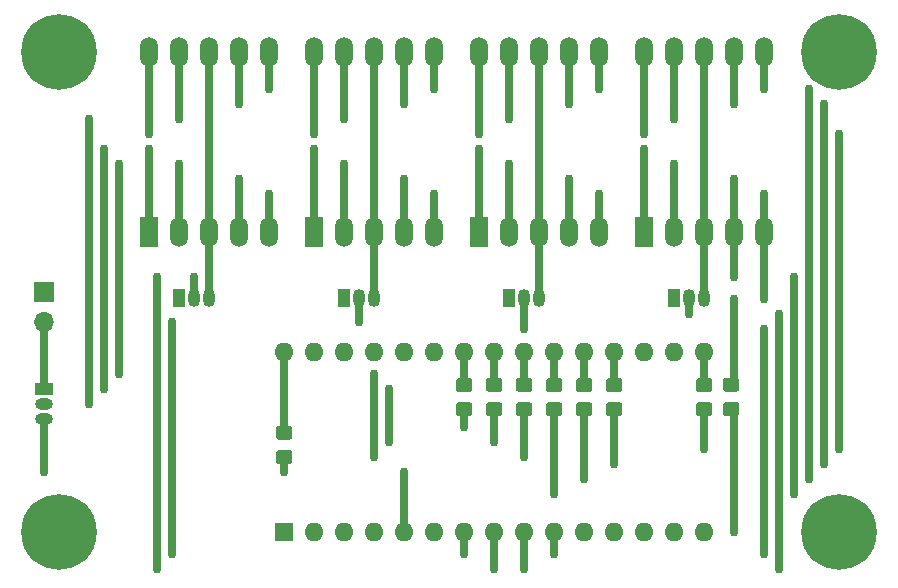
<source format=gbr>
G04 #@! TF.GenerationSoftware,KiCad,Pcbnew,(5.0.0)*
G04 #@! TF.CreationDate,2020-01-05T19:48:47-05:00*
G04 #@! TF.ProjectId,Lathe RPM Display,4C617468652052504D20446973706C61,A*
G04 #@! TF.SameCoordinates,Original*
G04 #@! TF.FileFunction,Copper,L2,Bot,Signal*
G04 #@! TF.FilePolarity,Positive*
%FSLAX46Y46*%
G04 Gerber Fmt 4.6, Leading zero omitted, Abs format (unit mm)*
G04 Created by KiCad (PCBNEW (5.0.0)) date 01/05/20 19:48:47*
%MOMM*%
%LPD*%
G01*
G04 APERTURE LIST*
G04 #@! TA.AperFunction,ComponentPad*
%ADD10R,1.524000X2.524000*%
G04 #@! TD*
G04 #@! TA.AperFunction,ComponentPad*
%ADD11O,1.524000X2.524000*%
G04 #@! TD*
G04 #@! TA.AperFunction,ComponentPad*
%ADD12C,6.400000*%
G04 #@! TD*
G04 #@! TA.AperFunction,ComponentPad*
%ADD13R,1.050000X1.500000*%
G04 #@! TD*
G04 #@! TA.AperFunction,ComponentPad*
%ADD14O,1.050000X1.500000*%
G04 #@! TD*
G04 #@! TA.AperFunction,ComponentPad*
%ADD15R,1.600000X1.600000*%
G04 #@! TD*
G04 #@! TA.AperFunction,ComponentPad*
%ADD16O,1.600000X1.600000*%
G04 #@! TD*
G04 #@! TA.AperFunction,ComponentPad*
%ADD17O,1.500000X1.000000*%
G04 #@! TD*
G04 #@! TA.AperFunction,ComponentPad*
%ADD18R,1.500000X1.000000*%
G04 #@! TD*
G04 #@! TA.AperFunction,Conductor*
%ADD19C,0.100000*%
G04 #@! TD*
G04 #@! TA.AperFunction,SMDPad,CuDef*
%ADD20C,1.150000*%
G04 #@! TD*
G04 #@! TA.AperFunction,ComponentPad*
%ADD21R,1.700000X1.700000*%
G04 #@! TD*
G04 #@! TA.AperFunction,ComponentPad*
%ADD22O,1.700000X1.700000*%
G04 #@! TD*
G04 #@! TA.AperFunction,ViaPad*
%ADD23C,0.762000*%
G04 #@! TD*
G04 #@! TA.AperFunction,Conductor*
%ADD24C,0.635000*%
G04 #@! TD*
G04 APERTURE END LIST*
D10*
G04 #@! TO.P,U3,1*
G04 #@! TO.N,Net-(R5-Pad1)*
X66040000Y-45720000D03*
D11*
G04 #@! TO.P,U3,2*
G04 #@! TO.N,Net-(R4-Pad1)*
X68580000Y-45720000D03*
G04 #@! TO.P,U3,3*
G04 #@! TO.N,Net-(Q4-Pad3)*
X71120000Y-45720000D03*
G04 #@! TO.P,U3,4*
G04 #@! TO.N,Net-(R3-Pad1)*
X73660000Y-45720000D03*
G04 #@! TO.P,U3,5*
G04 #@! TO.N,Net-(R8-Pad1)*
X76200000Y-45720000D03*
G04 #@! TO.P,U3,6*
G04 #@! TO.N,Net-(R2-Pad1)*
X76200000Y-30480000D03*
G04 #@! TO.P,U3,7*
G04 #@! TO.N,Net-(R1-Pad1)*
X73660000Y-30480000D03*
G04 #@! TO.P,U3,8*
G04 #@! TO.N,Net-(Q4-Pad3)*
X71120000Y-30480000D03*
G04 #@! TO.P,U3,9*
G04 #@! TO.N,Net-(R6-Pad1)*
X68580000Y-30480000D03*
G04 #@! TO.P,U3,10*
G04 #@! TO.N,Net-(R7-Pad1)*
X66040000Y-30480000D03*
G04 #@! TD*
G04 #@! TO.P,U2,10*
G04 #@! TO.N,Net-(R7-Pad1)*
X52070000Y-30480000D03*
G04 #@! TO.P,U2,9*
G04 #@! TO.N,Net-(R6-Pad1)*
X54610000Y-30480000D03*
G04 #@! TO.P,U2,8*
G04 #@! TO.N,Net-(Q3-Pad3)*
X57150000Y-30480000D03*
G04 #@! TO.P,U2,7*
G04 #@! TO.N,Net-(R1-Pad1)*
X59690000Y-30480000D03*
G04 #@! TO.P,U2,6*
G04 #@! TO.N,Net-(R2-Pad1)*
X62230000Y-30480000D03*
G04 #@! TO.P,U2,5*
G04 #@! TO.N,Net-(R8-Pad1)*
X62230000Y-45720000D03*
G04 #@! TO.P,U2,4*
G04 #@! TO.N,Net-(R3-Pad1)*
X59690000Y-45720000D03*
G04 #@! TO.P,U2,3*
G04 #@! TO.N,Net-(Q3-Pad3)*
X57150000Y-45720000D03*
G04 #@! TO.P,U2,2*
G04 #@! TO.N,Net-(R4-Pad1)*
X54610000Y-45720000D03*
D10*
G04 #@! TO.P,U2,1*
G04 #@! TO.N,Net-(R5-Pad1)*
X52070000Y-45720000D03*
G04 #@! TD*
D12*
G04 #@! TO.P,REF\002A\002A,1*
G04 #@! TO.N,N/C*
X96520000Y-30480000D03*
G04 #@! TD*
G04 #@! TO.P,REF\002A\002A,1*
G04 #@! TO.N,N/C*
X96520000Y-71120000D03*
G04 #@! TD*
G04 #@! TO.P,REF\002A\002A,1*
G04 #@! TO.N,N/C*
X30480000Y-71120000D03*
G04 #@! TD*
G04 #@! TO.P,REF\002A\002A,1*
G04 #@! TO.N,N/C*
X30480000Y-30480000D03*
G04 #@! TD*
D13*
G04 #@! TO.P,Q2,1*
G04 #@! TO.N,GND*
X40640000Y-51308000D03*
D14*
G04 #@! TO.P,Q2,3*
G04 #@! TO.N,Net-(Q2-Pad3)*
X43180000Y-51308000D03*
G04 #@! TO.P,Q2,2*
G04 #@! TO.N,Net-(A1-Pad8)*
X41910000Y-51308000D03*
G04 #@! TD*
D15*
G04 #@! TO.P,A1,1*
G04 #@! TO.N,N/C*
X49530000Y-71120000D03*
D16*
G04 #@! TO.P,A1,17*
X82550000Y-55880000D03*
G04 #@! TO.P,A1,2*
X52070000Y-71120000D03*
G04 #@! TO.P,A1,18*
X80010000Y-55880000D03*
G04 #@! TO.P,A1,3*
X54610000Y-71120000D03*
G04 #@! TO.P,A1,19*
G04 #@! TO.N,/A*
X77470000Y-55880000D03*
G04 #@! TO.P,A1,4*
G04 #@! TO.N,GND*
X57150000Y-71120000D03*
G04 #@! TO.P,A1,20*
G04 #@! TO.N,/B*
X74930000Y-55880000D03*
G04 #@! TO.P,A1,5*
G04 #@! TO.N,Net-(A1-Pad5)*
X59690000Y-71120000D03*
G04 #@! TO.P,A1,21*
G04 #@! TO.N,/C*
X72390000Y-55880000D03*
G04 #@! TO.P,A1,6*
G04 #@! TO.N,N/C*
X62230000Y-71120000D03*
G04 #@! TO.P,A1,22*
G04 #@! TO.N,/D*
X69850000Y-55880000D03*
G04 #@! TO.P,A1,7*
G04 #@! TO.N,Net-(A1-Pad7)*
X64770000Y-71120000D03*
G04 #@! TO.P,A1,23*
G04 #@! TO.N,/E*
X67310000Y-55880000D03*
G04 #@! TO.P,A1,8*
G04 #@! TO.N,Net-(A1-Pad8)*
X67310000Y-71120000D03*
G04 #@! TO.P,A1,24*
G04 #@! TO.N,/F*
X64770000Y-55880000D03*
G04 #@! TO.P,A1,9*
G04 #@! TO.N,Net-(A1-Pad9)*
X69850000Y-71120000D03*
G04 #@! TO.P,A1,25*
G04 #@! TO.N,N/C*
X62230000Y-55880000D03*
G04 #@! TO.P,A1,10*
G04 #@! TO.N,Net-(A1-Pad10)*
X72390000Y-71120000D03*
G04 #@! TO.P,A1,26*
G04 #@! TO.N,N/C*
X59690000Y-55880000D03*
G04 #@! TO.P,A1,11*
X74930000Y-71120000D03*
G04 #@! TO.P,A1,27*
X57150000Y-55880000D03*
G04 #@! TO.P,A1,12*
X77470000Y-71120000D03*
G04 #@! TO.P,A1,28*
X54610000Y-55880000D03*
G04 #@! TO.P,A1,13*
X80010000Y-71120000D03*
G04 #@! TO.P,A1,29*
G04 #@! TO.N,GND*
X52070000Y-55880000D03*
G04 #@! TO.P,A1,14*
G04 #@! TO.N,N/C*
X82550000Y-71120000D03*
G04 #@! TO.P,A1,30*
G04 #@! TO.N,+5V*
X49530000Y-55880000D03*
G04 #@! TO.P,A1,15*
G04 #@! TO.N,/DP*
X85090000Y-71120000D03*
G04 #@! TO.P,A1,16*
G04 #@! TO.N,/G*
X85090000Y-55880000D03*
G04 #@! TD*
D17*
G04 #@! TO.P,Q1,2*
G04 #@! TO.N,GND*
X29210000Y-60325000D03*
G04 #@! TO.P,Q1,3*
G04 #@! TO.N,Net-(A1-Pad5)*
X29210000Y-61595000D03*
D18*
G04 #@! TO.P,Q1,1*
G04 #@! TO.N,+5V*
X29210000Y-59055000D03*
G04 #@! TD*
D14*
G04 #@! TO.P,Q3,2*
G04 #@! TO.N,Net-(A1-Pad7)*
X55880000Y-51308000D03*
G04 #@! TO.P,Q3,3*
G04 #@! TO.N,Net-(Q3-Pad3)*
X57150000Y-51308000D03*
D13*
G04 #@! TO.P,Q3,1*
G04 #@! TO.N,GND*
X54610000Y-51308000D03*
G04 #@! TD*
G04 #@! TO.P,Q4,1*
G04 #@! TO.N,GND*
X68580000Y-51308000D03*
D14*
G04 #@! TO.P,Q4,3*
G04 #@! TO.N,Net-(Q4-Pad3)*
X71120000Y-51308000D03*
G04 #@! TO.P,Q4,2*
G04 #@! TO.N,Net-(A1-Pad10)*
X69850000Y-51308000D03*
G04 #@! TD*
G04 #@! TO.P,Q5,2*
G04 #@! TO.N,Net-(A1-Pad9)*
X83820000Y-51308000D03*
G04 #@! TO.P,Q5,3*
G04 #@! TO.N,Net-(Q5-Pad3)*
X85090000Y-51308000D03*
D13*
G04 #@! TO.P,Q5,1*
G04 #@! TO.N,GND*
X82550000Y-51308000D03*
G04 #@! TD*
D19*
G04 #@! TO.N,Net-(R1-Pad1)*
G04 #@! TO.C,R1*
G36*
X77944505Y-60150204D02*
X77968773Y-60153804D01*
X77992572Y-60159765D01*
X78015671Y-60168030D01*
X78037850Y-60178520D01*
X78058893Y-60191132D01*
X78078599Y-60205747D01*
X78096777Y-60222223D01*
X78113253Y-60240401D01*
X78127868Y-60260107D01*
X78140480Y-60281150D01*
X78150970Y-60303329D01*
X78159235Y-60326428D01*
X78165196Y-60350227D01*
X78168796Y-60374495D01*
X78170000Y-60398999D01*
X78170000Y-61049001D01*
X78168796Y-61073505D01*
X78165196Y-61097773D01*
X78159235Y-61121572D01*
X78150970Y-61144671D01*
X78140480Y-61166850D01*
X78127868Y-61187893D01*
X78113253Y-61207599D01*
X78096777Y-61225777D01*
X78078599Y-61242253D01*
X78058893Y-61256868D01*
X78037850Y-61269480D01*
X78015671Y-61279970D01*
X77992572Y-61288235D01*
X77968773Y-61294196D01*
X77944505Y-61297796D01*
X77920001Y-61299000D01*
X77019999Y-61299000D01*
X76995495Y-61297796D01*
X76971227Y-61294196D01*
X76947428Y-61288235D01*
X76924329Y-61279970D01*
X76902150Y-61269480D01*
X76881107Y-61256868D01*
X76861401Y-61242253D01*
X76843223Y-61225777D01*
X76826747Y-61207599D01*
X76812132Y-61187893D01*
X76799520Y-61166850D01*
X76789030Y-61144671D01*
X76780765Y-61121572D01*
X76774804Y-61097773D01*
X76771204Y-61073505D01*
X76770000Y-61049001D01*
X76770000Y-60398999D01*
X76771204Y-60374495D01*
X76774804Y-60350227D01*
X76780765Y-60326428D01*
X76789030Y-60303329D01*
X76799520Y-60281150D01*
X76812132Y-60260107D01*
X76826747Y-60240401D01*
X76843223Y-60222223D01*
X76861401Y-60205747D01*
X76881107Y-60191132D01*
X76902150Y-60178520D01*
X76924329Y-60168030D01*
X76947428Y-60159765D01*
X76971227Y-60153804D01*
X76995495Y-60150204D01*
X77019999Y-60149000D01*
X77920001Y-60149000D01*
X77944505Y-60150204D01*
X77944505Y-60150204D01*
G37*
D20*
G04 #@! TD*
G04 #@! TO.P,R1,1*
G04 #@! TO.N,Net-(R1-Pad1)*
X77470000Y-60724000D03*
D19*
G04 #@! TO.N,/A*
G04 #@! TO.C,R1*
G36*
X77944505Y-58100204D02*
X77968773Y-58103804D01*
X77992572Y-58109765D01*
X78015671Y-58118030D01*
X78037850Y-58128520D01*
X78058893Y-58141132D01*
X78078599Y-58155747D01*
X78096777Y-58172223D01*
X78113253Y-58190401D01*
X78127868Y-58210107D01*
X78140480Y-58231150D01*
X78150970Y-58253329D01*
X78159235Y-58276428D01*
X78165196Y-58300227D01*
X78168796Y-58324495D01*
X78170000Y-58348999D01*
X78170000Y-58999001D01*
X78168796Y-59023505D01*
X78165196Y-59047773D01*
X78159235Y-59071572D01*
X78150970Y-59094671D01*
X78140480Y-59116850D01*
X78127868Y-59137893D01*
X78113253Y-59157599D01*
X78096777Y-59175777D01*
X78078599Y-59192253D01*
X78058893Y-59206868D01*
X78037850Y-59219480D01*
X78015671Y-59229970D01*
X77992572Y-59238235D01*
X77968773Y-59244196D01*
X77944505Y-59247796D01*
X77920001Y-59249000D01*
X77019999Y-59249000D01*
X76995495Y-59247796D01*
X76971227Y-59244196D01*
X76947428Y-59238235D01*
X76924329Y-59229970D01*
X76902150Y-59219480D01*
X76881107Y-59206868D01*
X76861401Y-59192253D01*
X76843223Y-59175777D01*
X76826747Y-59157599D01*
X76812132Y-59137893D01*
X76799520Y-59116850D01*
X76789030Y-59094671D01*
X76780765Y-59071572D01*
X76774804Y-59047773D01*
X76771204Y-59023505D01*
X76770000Y-58999001D01*
X76770000Y-58348999D01*
X76771204Y-58324495D01*
X76774804Y-58300227D01*
X76780765Y-58276428D01*
X76789030Y-58253329D01*
X76799520Y-58231150D01*
X76812132Y-58210107D01*
X76826747Y-58190401D01*
X76843223Y-58172223D01*
X76861401Y-58155747D01*
X76881107Y-58141132D01*
X76902150Y-58128520D01*
X76924329Y-58118030D01*
X76947428Y-58109765D01*
X76971227Y-58103804D01*
X76995495Y-58100204D01*
X77019999Y-58099000D01*
X77920001Y-58099000D01*
X77944505Y-58100204D01*
X77944505Y-58100204D01*
G37*
D20*
G04 #@! TD*
G04 #@! TO.P,R1,2*
G04 #@! TO.N,/A*
X77470000Y-58674000D03*
D19*
G04 #@! TO.N,/B*
G04 #@! TO.C,R2*
G36*
X75404505Y-58100204D02*
X75428773Y-58103804D01*
X75452572Y-58109765D01*
X75475671Y-58118030D01*
X75497850Y-58128520D01*
X75518893Y-58141132D01*
X75538599Y-58155747D01*
X75556777Y-58172223D01*
X75573253Y-58190401D01*
X75587868Y-58210107D01*
X75600480Y-58231150D01*
X75610970Y-58253329D01*
X75619235Y-58276428D01*
X75625196Y-58300227D01*
X75628796Y-58324495D01*
X75630000Y-58348999D01*
X75630000Y-58999001D01*
X75628796Y-59023505D01*
X75625196Y-59047773D01*
X75619235Y-59071572D01*
X75610970Y-59094671D01*
X75600480Y-59116850D01*
X75587868Y-59137893D01*
X75573253Y-59157599D01*
X75556777Y-59175777D01*
X75538599Y-59192253D01*
X75518893Y-59206868D01*
X75497850Y-59219480D01*
X75475671Y-59229970D01*
X75452572Y-59238235D01*
X75428773Y-59244196D01*
X75404505Y-59247796D01*
X75380001Y-59249000D01*
X74479999Y-59249000D01*
X74455495Y-59247796D01*
X74431227Y-59244196D01*
X74407428Y-59238235D01*
X74384329Y-59229970D01*
X74362150Y-59219480D01*
X74341107Y-59206868D01*
X74321401Y-59192253D01*
X74303223Y-59175777D01*
X74286747Y-59157599D01*
X74272132Y-59137893D01*
X74259520Y-59116850D01*
X74249030Y-59094671D01*
X74240765Y-59071572D01*
X74234804Y-59047773D01*
X74231204Y-59023505D01*
X74230000Y-58999001D01*
X74230000Y-58348999D01*
X74231204Y-58324495D01*
X74234804Y-58300227D01*
X74240765Y-58276428D01*
X74249030Y-58253329D01*
X74259520Y-58231150D01*
X74272132Y-58210107D01*
X74286747Y-58190401D01*
X74303223Y-58172223D01*
X74321401Y-58155747D01*
X74341107Y-58141132D01*
X74362150Y-58128520D01*
X74384329Y-58118030D01*
X74407428Y-58109765D01*
X74431227Y-58103804D01*
X74455495Y-58100204D01*
X74479999Y-58099000D01*
X75380001Y-58099000D01*
X75404505Y-58100204D01*
X75404505Y-58100204D01*
G37*
D20*
G04 #@! TD*
G04 #@! TO.P,R2,2*
G04 #@! TO.N,/B*
X74930000Y-58674000D03*
D19*
G04 #@! TO.N,Net-(R2-Pad1)*
G04 #@! TO.C,R2*
G36*
X75404505Y-60150204D02*
X75428773Y-60153804D01*
X75452572Y-60159765D01*
X75475671Y-60168030D01*
X75497850Y-60178520D01*
X75518893Y-60191132D01*
X75538599Y-60205747D01*
X75556777Y-60222223D01*
X75573253Y-60240401D01*
X75587868Y-60260107D01*
X75600480Y-60281150D01*
X75610970Y-60303329D01*
X75619235Y-60326428D01*
X75625196Y-60350227D01*
X75628796Y-60374495D01*
X75630000Y-60398999D01*
X75630000Y-61049001D01*
X75628796Y-61073505D01*
X75625196Y-61097773D01*
X75619235Y-61121572D01*
X75610970Y-61144671D01*
X75600480Y-61166850D01*
X75587868Y-61187893D01*
X75573253Y-61207599D01*
X75556777Y-61225777D01*
X75538599Y-61242253D01*
X75518893Y-61256868D01*
X75497850Y-61269480D01*
X75475671Y-61279970D01*
X75452572Y-61288235D01*
X75428773Y-61294196D01*
X75404505Y-61297796D01*
X75380001Y-61299000D01*
X74479999Y-61299000D01*
X74455495Y-61297796D01*
X74431227Y-61294196D01*
X74407428Y-61288235D01*
X74384329Y-61279970D01*
X74362150Y-61269480D01*
X74341107Y-61256868D01*
X74321401Y-61242253D01*
X74303223Y-61225777D01*
X74286747Y-61207599D01*
X74272132Y-61187893D01*
X74259520Y-61166850D01*
X74249030Y-61144671D01*
X74240765Y-61121572D01*
X74234804Y-61097773D01*
X74231204Y-61073505D01*
X74230000Y-61049001D01*
X74230000Y-60398999D01*
X74231204Y-60374495D01*
X74234804Y-60350227D01*
X74240765Y-60326428D01*
X74249030Y-60303329D01*
X74259520Y-60281150D01*
X74272132Y-60260107D01*
X74286747Y-60240401D01*
X74303223Y-60222223D01*
X74321401Y-60205747D01*
X74341107Y-60191132D01*
X74362150Y-60178520D01*
X74384329Y-60168030D01*
X74407428Y-60159765D01*
X74431227Y-60153804D01*
X74455495Y-60150204D01*
X74479999Y-60149000D01*
X75380001Y-60149000D01*
X75404505Y-60150204D01*
X75404505Y-60150204D01*
G37*
D20*
G04 #@! TD*
G04 #@! TO.P,R2,1*
G04 #@! TO.N,Net-(R2-Pad1)*
X74930000Y-60724000D03*
D19*
G04 #@! TO.N,Net-(R3-Pad1)*
G04 #@! TO.C,R3*
G36*
X72864505Y-60150204D02*
X72888773Y-60153804D01*
X72912572Y-60159765D01*
X72935671Y-60168030D01*
X72957850Y-60178520D01*
X72978893Y-60191132D01*
X72998599Y-60205747D01*
X73016777Y-60222223D01*
X73033253Y-60240401D01*
X73047868Y-60260107D01*
X73060480Y-60281150D01*
X73070970Y-60303329D01*
X73079235Y-60326428D01*
X73085196Y-60350227D01*
X73088796Y-60374495D01*
X73090000Y-60398999D01*
X73090000Y-61049001D01*
X73088796Y-61073505D01*
X73085196Y-61097773D01*
X73079235Y-61121572D01*
X73070970Y-61144671D01*
X73060480Y-61166850D01*
X73047868Y-61187893D01*
X73033253Y-61207599D01*
X73016777Y-61225777D01*
X72998599Y-61242253D01*
X72978893Y-61256868D01*
X72957850Y-61269480D01*
X72935671Y-61279970D01*
X72912572Y-61288235D01*
X72888773Y-61294196D01*
X72864505Y-61297796D01*
X72840001Y-61299000D01*
X71939999Y-61299000D01*
X71915495Y-61297796D01*
X71891227Y-61294196D01*
X71867428Y-61288235D01*
X71844329Y-61279970D01*
X71822150Y-61269480D01*
X71801107Y-61256868D01*
X71781401Y-61242253D01*
X71763223Y-61225777D01*
X71746747Y-61207599D01*
X71732132Y-61187893D01*
X71719520Y-61166850D01*
X71709030Y-61144671D01*
X71700765Y-61121572D01*
X71694804Y-61097773D01*
X71691204Y-61073505D01*
X71690000Y-61049001D01*
X71690000Y-60398999D01*
X71691204Y-60374495D01*
X71694804Y-60350227D01*
X71700765Y-60326428D01*
X71709030Y-60303329D01*
X71719520Y-60281150D01*
X71732132Y-60260107D01*
X71746747Y-60240401D01*
X71763223Y-60222223D01*
X71781401Y-60205747D01*
X71801107Y-60191132D01*
X71822150Y-60178520D01*
X71844329Y-60168030D01*
X71867428Y-60159765D01*
X71891227Y-60153804D01*
X71915495Y-60150204D01*
X71939999Y-60149000D01*
X72840001Y-60149000D01*
X72864505Y-60150204D01*
X72864505Y-60150204D01*
G37*
D20*
G04 #@! TD*
G04 #@! TO.P,R3,1*
G04 #@! TO.N,Net-(R3-Pad1)*
X72390000Y-60724000D03*
D19*
G04 #@! TO.N,/C*
G04 #@! TO.C,R3*
G36*
X72864505Y-58100204D02*
X72888773Y-58103804D01*
X72912572Y-58109765D01*
X72935671Y-58118030D01*
X72957850Y-58128520D01*
X72978893Y-58141132D01*
X72998599Y-58155747D01*
X73016777Y-58172223D01*
X73033253Y-58190401D01*
X73047868Y-58210107D01*
X73060480Y-58231150D01*
X73070970Y-58253329D01*
X73079235Y-58276428D01*
X73085196Y-58300227D01*
X73088796Y-58324495D01*
X73090000Y-58348999D01*
X73090000Y-58999001D01*
X73088796Y-59023505D01*
X73085196Y-59047773D01*
X73079235Y-59071572D01*
X73070970Y-59094671D01*
X73060480Y-59116850D01*
X73047868Y-59137893D01*
X73033253Y-59157599D01*
X73016777Y-59175777D01*
X72998599Y-59192253D01*
X72978893Y-59206868D01*
X72957850Y-59219480D01*
X72935671Y-59229970D01*
X72912572Y-59238235D01*
X72888773Y-59244196D01*
X72864505Y-59247796D01*
X72840001Y-59249000D01*
X71939999Y-59249000D01*
X71915495Y-59247796D01*
X71891227Y-59244196D01*
X71867428Y-59238235D01*
X71844329Y-59229970D01*
X71822150Y-59219480D01*
X71801107Y-59206868D01*
X71781401Y-59192253D01*
X71763223Y-59175777D01*
X71746747Y-59157599D01*
X71732132Y-59137893D01*
X71719520Y-59116850D01*
X71709030Y-59094671D01*
X71700765Y-59071572D01*
X71694804Y-59047773D01*
X71691204Y-59023505D01*
X71690000Y-58999001D01*
X71690000Y-58348999D01*
X71691204Y-58324495D01*
X71694804Y-58300227D01*
X71700765Y-58276428D01*
X71709030Y-58253329D01*
X71719520Y-58231150D01*
X71732132Y-58210107D01*
X71746747Y-58190401D01*
X71763223Y-58172223D01*
X71781401Y-58155747D01*
X71801107Y-58141132D01*
X71822150Y-58128520D01*
X71844329Y-58118030D01*
X71867428Y-58109765D01*
X71891227Y-58103804D01*
X71915495Y-58100204D01*
X71939999Y-58099000D01*
X72840001Y-58099000D01*
X72864505Y-58100204D01*
X72864505Y-58100204D01*
G37*
D20*
G04 #@! TD*
G04 #@! TO.P,R3,2*
G04 #@! TO.N,/C*
X72390000Y-58674000D03*
D19*
G04 #@! TO.N,/D*
G04 #@! TO.C,R4*
G36*
X70324505Y-58091204D02*
X70348773Y-58094804D01*
X70372572Y-58100765D01*
X70395671Y-58109030D01*
X70417850Y-58119520D01*
X70438893Y-58132132D01*
X70458599Y-58146747D01*
X70476777Y-58163223D01*
X70493253Y-58181401D01*
X70507868Y-58201107D01*
X70520480Y-58222150D01*
X70530970Y-58244329D01*
X70539235Y-58267428D01*
X70545196Y-58291227D01*
X70548796Y-58315495D01*
X70550000Y-58339999D01*
X70550000Y-58990001D01*
X70548796Y-59014505D01*
X70545196Y-59038773D01*
X70539235Y-59062572D01*
X70530970Y-59085671D01*
X70520480Y-59107850D01*
X70507868Y-59128893D01*
X70493253Y-59148599D01*
X70476777Y-59166777D01*
X70458599Y-59183253D01*
X70438893Y-59197868D01*
X70417850Y-59210480D01*
X70395671Y-59220970D01*
X70372572Y-59229235D01*
X70348773Y-59235196D01*
X70324505Y-59238796D01*
X70300001Y-59240000D01*
X69399999Y-59240000D01*
X69375495Y-59238796D01*
X69351227Y-59235196D01*
X69327428Y-59229235D01*
X69304329Y-59220970D01*
X69282150Y-59210480D01*
X69261107Y-59197868D01*
X69241401Y-59183253D01*
X69223223Y-59166777D01*
X69206747Y-59148599D01*
X69192132Y-59128893D01*
X69179520Y-59107850D01*
X69169030Y-59085671D01*
X69160765Y-59062572D01*
X69154804Y-59038773D01*
X69151204Y-59014505D01*
X69150000Y-58990001D01*
X69150000Y-58339999D01*
X69151204Y-58315495D01*
X69154804Y-58291227D01*
X69160765Y-58267428D01*
X69169030Y-58244329D01*
X69179520Y-58222150D01*
X69192132Y-58201107D01*
X69206747Y-58181401D01*
X69223223Y-58163223D01*
X69241401Y-58146747D01*
X69261107Y-58132132D01*
X69282150Y-58119520D01*
X69304329Y-58109030D01*
X69327428Y-58100765D01*
X69351227Y-58094804D01*
X69375495Y-58091204D01*
X69399999Y-58090000D01*
X70300001Y-58090000D01*
X70324505Y-58091204D01*
X70324505Y-58091204D01*
G37*
D20*
G04 #@! TD*
G04 #@! TO.P,R4,2*
G04 #@! TO.N,/D*
X69850000Y-58665000D03*
D19*
G04 #@! TO.N,Net-(R4-Pad1)*
G04 #@! TO.C,R4*
G36*
X70324505Y-60141204D02*
X70348773Y-60144804D01*
X70372572Y-60150765D01*
X70395671Y-60159030D01*
X70417850Y-60169520D01*
X70438893Y-60182132D01*
X70458599Y-60196747D01*
X70476777Y-60213223D01*
X70493253Y-60231401D01*
X70507868Y-60251107D01*
X70520480Y-60272150D01*
X70530970Y-60294329D01*
X70539235Y-60317428D01*
X70545196Y-60341227D01*
X70548796Y-60365495D01*
X70550000Y-60389999D01*
X70550000Y-61040001D01*
X70548796Y-61064505D01*
X70545196Y-61088773D01*
X70539235Y-61112572D01*
X70530970Y-61135671D01*
X70520480Y-61157850D01*
X70507868Y-61178893D01*
X70493253Y-61198599D01*
X70476777Y-61216777D01*
X70458599Y-61233253D01*
X70438893Y-61247868D01*
X70417850Y-61260480D01*
X70395671Y-61270970D01*
X70372572Y-61279235D01*
X70348773Y-61285196D01*
X70324505Y-61288796D01*
X70300001Y-61290000D01*
X69399999Y-61290000D01*
X69375495Y-61288796D01*
X69351227Y-61285196D01*
X69327428Y-61279235D01*
X69304329Y-61270970D01*
X69282150Y-61260480D01*
X69261107Y-61247868D01*
X69241401Y-61233253D01*
X69223223Y-61216777D01*
X69206747Y-61198599D01*
X69192132Y-61178893D01*
X69179520Y-61157850D01*
X69169030Y-61135671D01*
X69160765Y-61112572D01*
X69154804Y-61088773D01*
X69151204Y-61064505D01*
X69150000Y-61040001D01*
X69150000Y-60389999D01*
X69151204Y-60365495D01*
X69154804Y-60341227D01*
X69160765Y-60317428D01*
X69169030Y-60294329D01*
X69179520Y-60272150D01*
X69192132Y-60251107D01*
X69206747Y-60231401D01*
X69223223Y-60213223D01*
X69241401Y-60196747D01*
X69261107Y-60182132D01*
X69282150Y-60169520D01*
X69304329Y-60159030D01*
X69327428Y-60150765D01*
X69351227Y-60144804D01*
X69375495Y-60141204D01*
X69399999Y-60140000D01*
X70300001Y-60140000D01*
X70324505Y-60141204D01*
X70324505Y-60141204D01*
G37*
D20*
G04 #@! TD*
G04 #@! TO.P,R4,1*
G04 #@! TO.N,Net-(R4-Pad1)*
X69850000Y-60715000D03*
D19*
G04 #@! TO.N,Net-(R5-Pad1)*
G04 #@! TO.C,R5*
G36*
X67784505Y-60141204D02*
X67808773Y-60144804D01*
X67832572Y-60150765D01*
X67855671Y-60159030D01*
X67877850Y-60169520D01*
X67898893Y-60182132D01*
X67918599Y-60196747D01*
X67936777Y-60213223D01*
X67953253Y-60231401D01*
X67967868Y-60251107D01*
X67980480Y-60272150D01*
X67990970Y-60294329D01*
X67999235Y-60317428D01*
X68005196Y-60341227D01*
X68008796Y-60365495D01*
X68010000Y-60389999D01*
X68010000Y-61040001D01*
X68008796Y-61064505D01*
X68005196Y-61088773D01*
X67999235Y-61112572D01*
X67990970Y-61135671D01*
X67980480Y-61157850D01*
X67967868Y-61178893D01*
X67953253Y-61198599D01*
X67936777Y-61216777D01*
X67918599Y-61233253D01*
X67898893Y-61247868D01*
X67877850Y-61260480D01*
X67855671Y-61270970D01*
X67832572Y-61279235D01*
X67808773Y-61285196D01*
X67784505Y-61288796D01*
X67760001Y-61290000D01*
X66859999Y-61290000D01*
X66835495Y-61288796D01*
X66811227Y-61285196D01*
X66787428Y-61279235D01*
X66764329Y-61270970D01*
X66742150Y-61260480D01*
X66721107Y-61247868D01*
X66701401Y-61233253D01*
X66683223Y-61216777D01*
X66666747Y-61198599D01*
X66652132Y-61178893D01*
X66639520Y-61157850D01*
X66629030Y-61135671D01*
X66620765Y-61112572D01*
X66614804Y-61088773D01*
X66611204Y-61064505D01*
X66610000Y-61040001D01*
X66610000Y-60389999D01*
X66611204Y-60365495D01*
X66614804Y-60341227D01*
X66620765Y-60317428D01*
X66629030Y-60294329D01*
X66639520Y-60272150D01*
X66652132Y-60251107D01*
X66666747Y-60231401D01*
X66683223Y-60213223D01*
X66701401Y-60196747D01*
X66721107Y-60182132D01*
X66742150Y-60169520D01*
X66764329Y-60159030D01*
X66787428Y-60150765D01*
X66811227Y-60144804D01*
X66835495Y-60141204D01*
X66859999Y-60140000D01*
X67760001Y-60140000D01*
X67784505Y-60141204D01*
X67784505Y-60141204D01*
G37*
D20*
G04 #@! TD*
G04 #@! TO.P,R5,1*
G04 #@! TO.N,Net-(R5-Pad1)*
X67310000Y-60715000D03*
D19*
G04 #@! TO.N,/E*
G04 #@! TO.C,R5*
G36*
X67784505Y-58091204D02*
X67808773Y-58094804D01*
X67832572Y-58100765D01*
X67855671Y-58109030D01*
X67877850Y-58119520D01*
X67898893Y-58132132D01*
X67918599Y-58146747D01*
X67936777Y-58163223D01*
X67953253Y-58181401D01*
X67967868Y-58201107D01*
X67980480Y-58222150D01*
X67990970Y-58244329D01*
X67999235Y-58267428D01*
X68005196Y-58291227D01*
X68008796Y-58315495D01*
X68010000Y-58339999D01*
X68010000Y-58990001D01*
X68008796Y-59014505D01*
X68005196Y-59038773D01*
X67999235Y-59062572D01*
X67990970Y-59085671D01*
X67980480Y-59107850D01*
X67967868Y-59128893D01*
X67953253Y-59148599D01*
X67936777Y-59166777D01*
X67918599Y-59183253D01*
X67898893Y-59197868D01*
X67877850Y-59210480D01*
X67855671Y-59220970D01*
X67832572Y-59229235D01*
X67808773Y-59235196D01*
X67784505Y-59238796D01*
X67760001Y-59240000D01*
X66859999Y-59240000D01*
X66835495Y-59238796D01*
X66811227Y-59235196D01*
X66787428Y-59229235D01*
X66764329Y-59220970D01*
X66742150Y-59210480D01*
X66721107Y-59197868D01*
X66701401Y-59183253D01*
X66683223Y-59166777D01*
X66666747Y-59148599D01*
X66652132Y-59128893D01*
X66639520Y-59107850D01*
X66629030Y-59085671D01*
X66620765Y-59062572D01*
X66614804Y-59038773D01*
X66611204Y-59014505D01*
X66610000Y-58990001D01*
X66610000Y-58339999D01*
X66611204Y-58315495D01*
X66614804Y-58291227D01*
X66620765Y-58267428D01*
X66629030Y-58244329D01*
X66639520Y-58222150D01*
X66652132Y-58201107D01*
X66666747Y-58181401D01*
X66683223Y-58163223D01*
X66701401Y-58146747D01*
X66721107Y-58132132D01*
X66742150Y-58119520D01*
X66764329Y-58109030D01*
X66787428Y-58100765D01*
X66811227Y-58094804D01*
X66835495Y-58091204D01*
X66859999Y-58090000D01*
X67760001Y-58090000D01*
X67784505Y-58091204D01*
X67784505Y-58091204D01*
G37*
D20*
G04 #@! TD*
G04 #@! TO.P,R5,2*
G04 #@! TO.N,/E*
X67310000Y-58665000D03*
D19*
G04 #@! TO.N,/F*
G04 #@! TO.C,R6*
G36*
X65244505Y-58100204D02*
X65268773Y-58103804D01*
X65292572Y-58109765D01*
X65315671Y-58118030D01*
X65337850Y-58128520D01*
X65358893Y-58141132D01*
X65378599Y-58155747D01*
X65396777Y-58172223D01*
X65413253Y-58190401D01*
X65427868Y-58210107D01*
X65440480Y-58231150D01*
X65450970Y-58253329D01*
X65459235Y-58276428D01*
X65465196Y-58300227D01*
X65468796Y-58324495D01*
X65470000Y-58348999D01*
X65470000Y-58999001D01*
X65468796Y-59023505D01*
X65465196Y-59047773D01*
X65459235Y-59071572D01*
X65450970Y-59094671D01*
X65440480Y-59116850D01*
X65427868Y-59137893D01*
X65413253Y-59157599D01*
X65396777Y-59175777D01*
X65378599Y-59192253D01*
X65358893Y-59206868D01*
X65337850Y-59219480D01*
X65315671Y-59229970D01*
X65292572Y-59238235D01*
X65268773Y-59244196D01*
X65244505Y-59247796D01*
X65220001Y-59249000D01*
X64319999Y-59249000D01*
X64295495Y-59247796D01*
X64271227Y-59244196D01*
X64247428Y-59238235D01*
X64224329Y-59229970D01*
X64202150Y-59219480D01*
X64181107Y-59206868D01*
X64161401Y-59192253D01*
X64143223Y-59175777D01*
X64126747Y-59157599D01*
X64112132Y-59137893D01*
X64099520Y-59116850D01*
X64089030Y-59094671D01*
X64080765Y-59071572D01*
X64074804Y-59047773D01*
X64071204Y-59023505D01*
X64070000Y-58999001D01*
X64070000Y-58348999D01*
X64071204Y-58324495D01*
X64074804Y-58300227D01*
X64080765Y-58276428D01*
X64089030Y-58253329D01*
X64099520Y-58231150D01*
X64112132Y-58210107D01*
X64126747Y-58190401D01*
X64143223Y-58172223D01*
X64161401Y-58155747D01*
X64181107Y-58141132D01*
X64202150Y-58128520D01*
X64224329Y-58118030D01*
X64247428Y-58109765D01*
X64271227Y-58103804D01*
X64295495Y-58100204D01*
X64319999Y-58099000D01*
X65220001Y-58099000D01*
X65244505Y-58100204D01*
X65244505Y-58100204D01*
G37*
D20*
G04 #@! TD*
G04 #@! TO.P,R6,2*
G04 #@! TO.N,/F*
X64770000Y-58674000D03*
D19*
G04 #@! TO.N,Net-(R6-Pad1)*
G04 #@! TO.C,R6*
G36*
X65244505Y-60150204D02*
X65268773Y-60153804D01*
X65292572Y-60159765D01*
X65315671Y-60168030D01*
X65337850Y-60178520D01*
X65358893Y-60191132D01*
X65378599Y-60205747D01*
X65396777Y-60222223D01*
X65413253Y-60240401D01*
X65427868Y-60260107D01*
X65440480Y-60281150D01*
X65450970Y-60303329D01*
X65459235Y-60326428D01*
X65465196Y-60350227D01*
X65468796Y-60374495D01*
X65470000Y-60398999D01*
X65470000Y-61049001D01*
X65468796Y-61073505D01*
X65465196Y-61097773D01*
X65459235Y-61121572D01*
X65450970Y-61144671D01*
X65440480Y-61166850D01*
X65427868Y-61187893D01*
X65413253Y-61207599D01*
X65396777Y-61225777D01*
X65378599Y-61242253D01*
X65358893Y-61256868D01*
X65337850Y-61269480D01*
X65315671Y-61279970D01*
X65292572Y-61288235D01*
X65268773Y-61294196D01*
X65244505Y-61297796D01*
X65220001Y-61299000D01*
X64319999Y-61299000D01*
X64295495Y-61297796D01*
X64271227Y-61294196D01*
X64247428Y-61288235D01*
X64224329Y-61279970D01*
X64202150Y-61269480D01*
X64181107Y-61256868D01*
X64161401Y-61242253D01*
X64143223Y-61225777D01*
X64126747Y-61207599D01*
X64112132Y-61187893D01*
X64099520Y-61166850D01*
X64089030Y-61144671D01*
X64080765Y-61121572D01*
X64074804Y-61097773D01*
X64071204Y-61073505D01*
X64070000Y-61049001D01*
X64070000Y-60398999D01*
X64071204Y-60374495D01*
X64074804Y-60350227D01*
X64080765Y-60326428D01*
X64089030Y-60303329D01*
X64099520Y-60281150D01*
X64112132Y-60260107D01*
X64126747Y-60240401D01*
X64143223Y-60222223D01*
X64161401Y-60205747D01*
X64181107Y-60191132D01*
X64202150Y-60178520D01*
X64224329Y-60168030D01*
X64247428Y-60159765D01*
X64271227Y-60153804D01*
X64295495Y-60150204D01*
X64319999Y-60149000D01*
X65220001Y-60149000D01*
X65244505Y-60150204D01*
X65244505Y-60150204D01*
G37*
D20*
G04 #@! TD*
G04 #@! TO.P,R6,1*
G04 #@! TO.N,Net-(R6-Pad1)*
X64770000Y-60724000D03*
D19*
G04 #@! TO.N,Net-(R7-Pad1)*
G04 #@! TO.C,R7*
G36*
X85564505Y-60150204D02*
X85588773Y-60153804D01*
X85612572Y-60159765D01*
X85635671Y-60168030D01*
X85657850Y-60178520D01*
X85678893Y-60191132D01*
X85698599Y-60205747D01*
X85716777Y-60222223D01*
X85733253Y-60240401D01*
X85747868Y-60260107D01*
X85760480Y-60281150D01*
X85770970Y-60303329D01*
X85779235Y-60326428D01*
X85785196Y-60350227D01*
X85788796Y-60374495D01*
X85790000Y-60398999D01*
X85790000Y-61049001D01*
X85788796Y-61073505D01*
X85785196Y-61097773D01*
X85779235Y-61121572D01*
X85770970Y-61144671D01*
X85760480Y-61166850D01*
X85747868Y-61187893D01*
X85733253Y-61207599D01*
X85716777Y-61225777D01*
X85698599Y-61242253D01*
X85678893Y-61256868D01*
X85657850Y-61269480D01*
X85635671Y-61279970D01*
X85612572Y-61288235D01*
X85588773Y-61294196D01*
X85564505Y-61297796D01*
X85540001Y-61299000D01*
X84639999Y-61299000D01*
X84615495Y-61297796D01*
X84591227Y-61294196D01*
X84567428Y-61288235D01*
X84544329Y-61279970D01*
X84522150Y-61269480D01*
X84501107Y-61256868D01*
X84481401Y-61242253D01*
X84463223Y-61225777D01*
X84446747Y-61207599D01*
X84432132Y-61187893D01*
X84419520Y-61166850D01*
X84409030Y-61144671D01*
X84400765Y-61121572D01*
X84394804Y-61097773D01*
X84391204Y-61073505D01*
X84390000Y-61049001D01*
X84390000Y-60398999D01*
X84391204Y-60374495D01*
X84394804Y-60350227D01*
X84400765Y-60326428D01*
X84409030Y-60303329D01*
X84419520Y-60281150D01*
X84432132Y-60260107D01*
X84446747Y-60240401D01*
X84463223Y-60222223D01*
X84481401Y-60205747D01*
X84501107Y-60191132D01*
X84522150Y-60178520D01*
X84544329Y-60168030D01*
X84567428Y-60159765D01*
X84591227Y-60153804D01*
X84615495Y-60150204D01*
X84639999Y-60149000D01*
X85540001Y-60149000D01*
X85564505Y-60150204D01*
X85564505Y-60150204D01*
G37*
D20*
G04 #@! TD*
G04 #@! TO.P,R7,1*
G04 #@! TO.N,Net-(R7-Pad1)*
X85090000Y-60724000D03*
D19*
G04 #@! TO.N,/G*
G04 #@! TO.C,R7*
G36*
X85564505Y-58100204D02*
X85588773Y-58103804D01*
X85612572Y-58109765D01*
X85635671Y-58118030D01*
X85657850Y-58128520D01*
X85678893Y-58141132D01*
X85698599Y-58155747D01*
X85716777Y-58172223D01*
X85733253Y-58190401D01*
X85747868Y-58210107D01*
X85760480Y-58231150D01*
X85770970Y-58253329D01*
X85779235Y-58276428D01*
X85785196Y-58300227D01*
X85788796Y-58324495D01*
X85790000Y-58348999D01*
X85790000Y-58999001D01*
X85788796Y-59023505D01*
X85785196Y-59047773D01*
X85779235Y-59071572D01*
X85770970Y-59094671D01*
X85760480Y-59116850D01*
X85747868Y-59137893D01*
X85733253Y-59157599D01*
X85716777Y-59175777D01*
X85698599Y-59192253D01*
X85678893Y-59206868D01*
X85657850Y-59219480D01*
X85635671Y-59229970D01*
X85612572Y-59238235D01*
X85588773Y-59244196D01*
X85564505Y-59247796D01*
X85540001Y-59249000D01*
X84639999Y-59249000D01*
X84615495Y-59247796D01*
X84591227Y-59244196D01*
X84567428Y-59238235D01*
X84544329Y-59229970D01*
X84522150Y-59219480D01*
X84501107Y-59206868D01*
X84481401Y-59192253D01*
X84463223Y-59175777D01*
X84446747Y-59157599D01*
X84432132Y-59137893D01*
X84419520Y-59116850D01*
X84409030Y-59094671D01*
X84400765Y-59071572D01*
X84394804Y-59047773D01*
X84391204Y-59023505D01*
X84390000Y-58999001D01*
X84390000Y-58348999D01*
X84391204Y-58324495D01*
X84394804Y-58300227D01*
X84400765Y-58276428D01*
X84409030Y-58253329D01*
X84419520Y-58231150D01*
X84432132Y-58210107D01*
X84446747Y-58190401D01*
X84463223Y-58172223D01*
X84481401Y-58155747D01*
X84501107Y-58141132D01*
X84522150Y-58128520D01*
X84544329Y-58118030D01*
X84567428Y-58109765D01*
X84591227Y-58103804D01*
X84615495Y-58100204D01*
X84639999Y-58099000D01*
X85540001Y-58099000D01*
X85564505Y-58100204D01*
X85564505Y-58100204D01*
G37*
D20*
G04 #@! TD*
G04 #@! TO.P,R7,2*
G04 #@! TO.N,/G*
X85090000Y-58674000D03*
D19*
G04 #@! TO.N,/DP*
G04 #@! TO.C,R8*
G36*
X87850505Y-60132204D02*
X87874773Y-60135804D01*
X87898572Y-60141765D01*
X87921671Y-60150030D01*
X87943850Y-60160520D01*
X87964893Y-60173132D01*
X87984599Y-60187747D01*
X88002777Y-60204223D01*
X88019253Y-60222401D01*
X88033868Y-60242107D01*
X88046480Y-60263150D01*
X88056970Y-60285329D01*
X88065235Y-60308428D01*
X88071196Y-60332227D01*
X88074796Y-60356495D01*
X88076000Y-60380999D01*
X88076000Y-61031001D01*
X88074796Y-61055505D01*
X88071196Y-61079773D01*
X88065235Y-61103572D01*
X88056970Y-61126671D01*
X88046480Y-61148850D01*
X88033868Y-61169893D01*
X88019253Y-61189599D01*
X88002777Y-61207777D01*
X87984599Y-61224253D01*
X87964893Y-61238868D01*
X87943850Y-61251480D01*
X87921671Y-61261970D01*
X87898572Y-61270235D01*
X87874773Y-61276196D01*
X87850505Y-61279796D01*
X87826001Y-61281000D01*
X86925999Y-61281000D01*
X86901495Y-61279796D01*
X86877227Y-61276196D01*
X86853428Y-61270235D01*
X86830329Y-61261970D01*
X86808150Y-61251480D01*
X86787107Y-61238868D01*
X86767401Y-61224253D01*
X86749223Y-61207777D01*
X86732747Y-61189599D01*
X86718132Y-61169893D01*
X86705520Y-61148850D01*
X86695030Y-61126671D01*
X86686765Y-61103572D01*
X86680804Y-61079773D01*
X86677204Y-61055505D01*
X86676000Y-61031001D01*
X86676000Y-60380999D01*
X86677204Y-60356495D01*
X86680804Y-60332227D01*
X86686765Y-60308428D01*
X86695030Y-60285329D01*
X86705520Y-60263150D01*
X86718132Y-60242107D01*
X86732747Y-60222401D01*
X86749223Y-60204223D01*
X86767401Y-60187747D01*
X86787107Y-60173132D01*
X86808150Y-60160520D01*
X86830329Y-60150030D01*
X86853428Y-60141765D01*
X86877227Y-60135804D01*
X86901495Y-60132204D01*
X86925999Y-60131000D01*
X87826001Y-60131000D01*
X87850505Y-60132204D01*
X87850505Y-60132204D01*
G37*
D20*
G04 #@! TD*
G04 #@! TO.P,R8,2*
G04 #@! TO.N,/DP*
X87376000Y-60706000D03*
D19*
G04 #@! TO.N,Net-(R8-Pad1)*
G04 #@! TO.C,R8*
G36*
X87850505Y-58082204D02*
X87874773Y-58085804D01*
X87898572Y-58091765D01*
X87921671Y-58100030D01*
X87943850Y-58110520D01*
X87964893Y-58123132D01*
X87984599Y-58137747D01*
X88002777Y-58154223D01*
X88019253Y-58172401D01*
X88033868Y-58192107D01*
X88046480Y-58213150D01*
X88056970Y-58235329D01*
X88065235Y-58258428D01*
X88071196Y-58282227D01*
X88074796Y-58306495D01*
X88076000Y-58330999D01*
X88076000Y-58981001D01*
X88074796Y-59005505D01*
X88071196Y-59029773D01*
X88065235Y-59053572D01*
X88056970Y-59076671D01*
X88046480Y-59098850D01*
X88033868Y-59119893D01*
X88019253Y-59139599D01*
X88002777Y-59157777D01*
X87984599Y-59174253D01*
X87964893Y-59188868D01*
X87943850Y-59201480D01*
X87921671Y-59211970D01*
X87898572Y-59220235D01*
X87874773Y-59226196D01*
X87850505Y-59229796D01*
X87826001Y-59231000D01*
X86925999Y-59231000D01*
X86901495Y-59229796D01*
X86877227Y-59226196D01*
X86853428Y-59220235D01*
X86830329Y-59211970D01*
X86808150Y-59201480D01*
X86787107Y-59188868D01*
X86767401Y-59174253D01*
X86749223Y-59157777D01*
X86732747Y-59139599D01*
X86718132Y-59119893D01*
X86705520Y-59098850D01*
X86695030Y-59076671D01*
X86686765Y-59053572D01*
X86680804Y-59029773D01*
X86677204Y-59005505D01*
X86676000Y-58981001D01*
X86676000Y-58330999D01*
X86677204Y-58306495D01*
X86680804Y-58282227D01*
X86686765Y-58258428D01*
X86695030Y-58235329D01*
X86705520Y-58213150D01*
X86718132Y-58192107D01*
X86732747Y-58172401D01*
X86749223Y-58154223D01*
X86767401Y-58137747D01*
X86787107Y-58123132D01*
X86808150Y-58110520D01*
X86830329Y-58100030D01*
X86853428Y-58091765D01*
X86877227Y-58085804D01*
X86901495Y-58082204D01*
X86925999Y-58081000D01*
X87826001Y-58081000D01*
X87850505Y-58082204D01*
X87850505Y-58082204D01*
G37*
D20*
G04 #@! TD*
G04 #@! TO.P,R8,1*
G04 #@! TO.N,Net-(R8-Pad1)*
X87376000Y-58656000D03*
D10*
G04 #@! TO.P,U1,1*
G04 #@! TO.N,Net-(R5-Pad1)*
X38100000Y-45720000D03*
D11*
G04 #@! TO.P,U1,2*
G04 #@! TO.N,Net-(R4-Pad1)*
X40640000Y-45720000D03*
G04 #@! TO.P,U1,3*
G04 #@! TO.N,Net-(Q2-Pad3)*
X43180000Y-45720000D03*
G04 #@! TO.P,U1,4*
G04 #@! TO.N,Net-(R3-Pad1)*
X45720000Y-45720000D03*
G04 #@! TO.P,U1,5*
G04 #@! TO.N,Net-(R8-Pad1)*
X48260000Y-45720000D03*
G04 #@! TO.P,U1,6*
G04 #@! TO.N,Net-(R2-Pad1)*
X48260000Y-30480000D03*
G04 #@! TO.P,U1,7*
G04 #@! TO.N,Net-(R1-Pad1)*
X45720000Y-30480000D03*
G04 #@! TO.P,U1,8*
G04 #@! TO.N,Net-(Q2-Pad3)*
X43180000Y-30480000D03*
G04 #@! TO.P,U1,9*
G04 #@! TO.N,Net-(R6-Pad1)*
X40640000Y-30480000D03*
G04 #@! TO.P,U1,10*
G04 #@! TO.N,Net-(R7-Pad1)*
X38100000Y-30480000D03*
G04 #@! TD*
G04 #@! TO.P,U4,10*
G04 #@! TO.N,Net-(R7-Pad1)*
X80010000Y-30480000D03*
G04 #@! TO.P,U4,9*
G04 #@! TO.N,Net-(R6-Pad1)*
X82550000Y-30480000D03*
G04 #@! TO.P,U4,8*
G04 #@! TO.N,Net-(Q5-Pad3)*
X85090000Y-30480000D03*
G04 #@! TO.P,U4,7*
G04 #@! TO.N,Net-(R1-Pad1)*
X87630000Y-30480000D03*
G04 #@! TO.P,U4,6*
G04 #@! TO.N,Net-(R2-Pad1)*
X90170000Y-30480000D03*
G04 #@! TO.P,U4,5*
G04 #@! TO.N,Net-(R8-Pad1)*
X90170000Y-45720000D03*
G04 #@! TO.P,U4,4*
G04 #@! TO.N,Net-(R3-Pad1)*
X87630000Y-45720000D03*
G04 #@! TO.P,U4,3*
G04 #@! TO.N,Net-(Q5-Pad3)*
X85090000Y-45720000D03*
G04 #@! TO.P,U4,2*
G04 #@! TO.N,Net-(R4-Pad1)*
X82550000Y-45720000D03*
D10*
G04 #@! TO.P,U4,1*
G04 #@! TO.N,Net-(R5-Pad1)*
X80010000Y-45720000D03*
G04 #@! TD*
D19*
G04 #@! TO.N,Net-(A1-Pad5)*
G04 #@! TO.C,R9*
G36*
X50004505Y-64196204D02*
X50028773Y-64199804D01*
X50052572Y-64205765D01*
X50075671Y-64214030D01*
X50097850Y-64224520D01*
X50118893Y-64237132D01*
X50138599Y-64251747D01*
X50156777Y-64268223D01*
X50173253Y-64286401D01*
X50187868Y-64306107D01*
X50200480Y-64327150D01*
X50210970Y-64349329D01*
X50219235Y-64372428D01*
X50225196Y-64396227D01*
X50228796Y-64420495D01*
X50230000Y-64444999D01*
X50230000Y-65095001D01*
X50228796Y-65119505D01*
X50225196Y-65143773D01*
X50219235Y-65167572D01*
X50210970Y-65190671D01*
X50200480Y-65212850D01*
X50187868Y-65233893D01*
X50173253Y-65253599D01*
X50156777Y-65271777D01*
X50138599Y-65288253D01*
X50118893Y-65302868D01*
X50097850Y-65315480D01*
X50075671Y-65325970D01*
X50052572Y-65334235D01*
X50028773Y-65340196D01*
X50004505Y-65343796D01*
X49980001Y-65345000D01*
X49079999Y-65345000D01*
X49055495Y-65343796D01*
X49031227Y-65340196D01*
X49007428Y-65334235D01*
X48984329Y-65325970D01*
X48962150Y-65315480D01*
X48941107Y-65302868D01*
X48921401Y-65288253D01*
X48903223Y-65271777D01*
X48886747Y-65253599D01*
X48872132Y-65233893D01*
X48859520Y-65212850D01*
X48849030Y-65190671D01*
X48840765Y-65167572D01*
X48834804Y-65143773D01*
X48831204Y-65119505D01*
X48830000Y-65095001D01*
X48830000Y-64444999D01*
X48831204Y-64420495D01*
X48834804Y-64396227D01*
X48840765Y-64372428D01*
X48849030Y-64349329D01*
X48859520Y-64327150D01*
X48872132Y-64306107D01*
X48886747Y-64286401D01*
X48903223Y-64268223D01*
X48921401Y-64251747D01*
X48941107Y-64237132D01*
X48962150Y-64224520D01*
X48984329Y-64214030D01*
X49007428Y-64205765D01*
X49031227Y-64199804D01*
X49055495Y-64196204D01*
X49079999Y-64195000D01*
X49980001Y-64195000D01*
X50004505Y-64196204D01*
X50004505Y-64196204D01*
G37*
D20*
G04 #@! TD*
G04 #@! TO.P,R9,1*
G04 #@! TO.N,Net-(A1-Pad5)*
X49530000Y-64770000D03*
D19*
G04 #@! TO.N,+5V*
G04 #@! TO.C,R9*
G36*
X50004505Y-62146204D02*
X50028773Y-62149804D01*
X50052572Y-62155765D01*
X50075671Y-62164030D01*
X50097850Y-62174520D01*
X50118893Y-62187132D01*
X50138599Y-62201747D01*
X50156777Y-62218223D01*
X50173253Y-62236401D01*
X50187868Y-62256107D01*
X50200480Y-62277150D01*
X50210970Y-62299329D01*
X50219235Y-62322428D01*
X50225196Y-62346227D01*
X50228796Y-62370495D01*
X50230000Y-62394999D01*
X50230000Y-63045001D01*
X50228796Y-63069505D01*
X50225196Y-63093773D01*
X50219235Y-63117572D01*
X50210970Y-63140671D01*
X50200480Y-63162850D01*
X50187868Y-63183893D01*
X50173253Y-63203599D01*
X50156777Y-63221777D01*
X50138599Y-63238253D01*
X50118893Y-63252868D01*
X50097850Y-63265480D01*
X50075671Y-63275970D01*
X50052572Y-63284235D01*
X50028773Y-63290196D01*
X50004505Y-63293796D01*
X49980001Y-63295000D01*
X49079999Y-63295000D01*
X49055495Y-63293796D01*
X49031227Y-63290196D01*
X49007428Y-63284235D01*
X48984329Y-63275970D01*
X48962150Y-63265480D01*
X48941107Y-63252868D01*
X48921401Y-63238253D01*
X48903223Y-63221777D01*
X48886747Y-63203599D01*
X48872132Y-63183893D01*
X48859520Y-63162850D01*
X48849030Y-63140671D01*
X48840765Y-63117572D01*
X48834804Y-63093773D01*
X48831204Y-63069505D01*
X48830000Y-63045001D01*
X48830000Y-62394999D01*
X48831204Y-62370495D01*
X48834804Y-62346227D01*
X48840765Y-62322428D01*
X48849030Y-62299329D01*
X48859520Y-62277150D01*
X48872132Y-62256107D01*
X48886747Y-62236401D01*
X48903223Y-62218223D01*
X48921401Y-62201747D01*
X48941107Y-62187132D01*
X48962150Y-62174520D01*
X48984329Y-62164030D01*
X49007428Y-62155765D01*
X49031227Y-62149804D01*
X49055495Y-62146204D01*
X49079999Y-62145000D01*
X49980001Y-62145000D01*
X50004505Y-62146204D01*
X50004505Y-62146204D01*
G37*
D20*
G04 #@! TD*
G04 #@! TO.P,R9,2*
G04 #@! TO.N,+5V*
X49530000Y-62720000D03*
D21*
G04 #@! TO.P,J1,1*
G04 #@! TO.N,GND*
X29210000Y-50800000D03*
D22*
G04 #@! TO.P,J1,2*
G04 #@! TO.N,+5V*
X29210000Y-53340000D03*
G04 #@! TD*
D23*
G04 #@! TO.N,Net-(A1-Pad5)*
X49530000Y-66040000D03*
X59690000Y-66040000D03*
X29210000Y-66040000D03*
G04 #@! TO.N,Net-(A1-Pad7)*
X40005000Y-73025000D03*
X64770000Y-73025000D03*
X55880000Y-53340000D03*
X40005000Y-53340000D03*
G04 #@! TO.N,Net-(A1-Pad8)*
X38735000Y-74295000D03*
X67310000Y-74295000D03*
X41910000Y-49530000D03*
X38735000Y-49530000D03*
G04 #@! TO.N,Net-(A1-Pad9)*
X91440000Y-74295000D03*
X69850000Y-74295000D03*
X83820000Y-52705000D03*
X91440000Y-52705000D03*
G04 #@! TO.N,Net-(A1-Pad10)*
X90170000Y-53975000D03*
X90170026Y-73025000D03*
X72390046Y-73025000D03*
X69850000Y-53975000D03*
G04 #@! TO.N,/DP*
X87630000Y-71120000D03*
G04 #@! TO.N,+5V*
X29210000Y-55880000D03*
G04 #@! TO.N,Net-(R1-Pad1)*
X77469990Y-65405000D03*
X95250000Y-65405000D03*
X45720000Y-34925000D03*
X87630000Y-34925000D03*
X95250000Y-34925000D03*
X59690000Y-34925000D03*
X73660000Y-34925000D03*
G04 #@! TO.N,Net-(R2-Pad1)*
X74930000Y-66675000D03*
X93980000Y-66675000D03*
X90170000Y-33655000D03*
X93980000Y-33655000D03*
X48260000Y-33655000D03*
X62230000Y-33655000D03*
X76200000Y-33655000D03*
G04 #@! TO.N,Net-(R3-Pad1)*
X92710000Y-67945000D03*
X92710000Y-49530000D03*
X72390000Y-67945000D03*
X87630000Y-49530000D03*
X45720000Y-41275000D03*
X59690000Y-41275000D03*
X73660000Y-41275000D03*
X87630000Y-41275000D03*
G04 #@! TO.N,Net-(R4-Pad1)*
X69850000Y-64770000D03*
X57150000Y-64770000D03*
X57150000Y-57785000D03*
X40640000Y-40005000D03*
X54610000Y-40005000D03*
X68580000Y-40005000D03*
X82550000Y-40005000D03*
X35560000Y-57785000D03*
X35560000Y-40005000D03*
G04 #@! TO.N,Net-(R5-Pad1)*
X58420000Y-59055000D03*
X67310000Y-63500012D03*
X58420000Y-63500000D03*
X38100000Y-38735000D03*
X52070000Y-38735000D03*
X66040000Y-38735000D03*
X80010000Y-38735000D03*
X34290000Y-59055000D03*
X34290000Y-38735000D03*
G04 #@! TO.N,Net-(R6-Pad1)*
X64770000Y-62230000D03*
X33020000Y-60325000D03*
X40640000Y-36195000D03*
X54610000Y-36195000D03*
X68580000Y-36195000D03*
X82550000Y-36195000D03*
X33020000Y-36195000D03*
G04 #@! TO.N,Net-(R7-Pad1)*
X38100000Y-37465000D03*
X52070000Y-37465000D03*
X85090000Y-64135000D03*
X96520000Y-64135000D03*
X96520000Y-37465000D03*
X66040000Y-37465000D03*
X80010000Y-37465000D03*
G04 #@! TO.N,Net-(R8-Pad1)*
X48260000Y-42545000D03*
X62230000Y-42545000D03*
X76200000Y-42545000D03*
X90170000Y-42545000D03*
X87630000Y-51435000D03*
X90170000Y-51435000D03*
G04 #@! TD*
D24*
G04 #@! TO.N,/A*
X77470000Y-55880000D02*
X77470000Y-58674000D01*
G04 #@! TO.N,/B*
X74930000Y-58674000D02*
X74930000Y-55880000D01*
G04 #@! TO.N,Net-(A1-Pad5)*
X49530000Y-64770000D02*
X49530000Y-66040000D01*
X59690000Y-66040000D02*
X59690000Y-71120000D01*
X29210000Y-66040000D02*
X29210000Y-61595000D01*
G04 #@! TO.N,/C*
X72390000Y-58674000D02*
X72390000Y-55880000D01*
G04 #@! TO.N,/D*
X69850000Y-55880000D02*
X69850000Y-58665000D01*
G04 #@! TO.N,Net-(A1-Pad7)*
X64770000Y-73025000D02*
X64770000Y-71120000D01*
X55880000Y-51308000D02*
X55880000Y-53340000D01*
X40005000Y-53340000D02*
X40005000Y-73025000D01*
G04 #@! TO.N,/E*
X67310000Y-55880000D02*
X67310000Y-58665000D01*
G04 #@! TO.N,Net-(A1-Pad8)*
X67310000Y-71120000D02*
X67310000Y-74295000D01*
X38735000Y-74295000D02*
X38735000Y-49530000D01*
X41910000Y-49530000D02*
X41910000Y-51308000D01*
G04 #@! TO.N,/F*
X64770000Y-55880000D02*
X64770000Y-58674000D01*
G04 #@! TO.N,Net-(A1-Pad9)*
X69850000Y-71120000D02*
X69850000Y-74295000D01*
X83820000Y-51308000D02*
X83820000Y-52705000D01*
X91440000Y-74295000D02*
X91440000Y-52705000D01*
G04 #@! TO.N,/G*
X85090000Y-55880000D02*
X85090000Y-58674000D01*
G04 #@! TO.N,Net-(A1-Pad10)*
X90170000Y-53975000D02*
X90170000Y-73024974D01*
X90170000Y-73024974D02*
X90170026Y-73025000D01*
X72390000Y-71120000D02*
X72390000Y-73024954D01*
X72390000Y-73024954D02*
X72390046Y-73025000D01*
X69850000Y-51308000D02*
X69850000Y-53975000D01*
G04 #@! TO.N,/DP*
X87630000Y-60960000D02*
X87376000Y-60706000D01*
X87630000Y-71120000D02*
X87630000Y-60960000D01*
G04 #@! TO.N,+5V*
X49530000Y-55880000D02*
X49530000Y-62720000D01*
X49530000Y-62720000D02*
X49530000Y-61595000D01*
X29210000Y-59055000D02*
X29210000Y-55880000D01*
X29210000Y-55880000D02*
X29210000Y-53340000D01*
G04 #@! TO.N,Net-(Q2-Pad3)*
X43180000Y-51308000D02*
X43180000Y-45720000D01*
X43180000Y-30480000D02*
X43180000Y-45720000D01*
G04 #@! TO.N,Net-(Q3-Pad3)*
X57150000Y-45720000D02*
X57150000Y-51308000D01*
X57150000Y-30480000D02*
X57150000Y-45720000D01*
G04 #@! TO.N,Net-(Q4-Pad3)*
X71120000Y-45720000D02*
X71120000Y-51308000D01*
X71120000Y-30480000D02*
X71120000Y-45720000D01*
G04 #@! TO.N,Net-(Q5-Pad3)*
X85090000Y-45720000D02*
X85090000Y-51308000D01*
X85090000Y-30480000D02*
X85090000Y-45720000D01*
G04 #@! TO.N,Net-(R1-Pad1)*
X77470000Y-60724000D02*
X77470000Y-65404990D01*
X77470000Y-65404990D02*
X77469990Y-65405000D01*
X45720000Y-30480000D02*
X45720000Y-34925000D01*
X87630000Y-34925000D02*
X87630000Y-30480000D01*
X95250000Y-65405000D02*
X95250000Y-34925000D01*
X59690000Y-30480000D02*
X59690000Y-34925000D01*
X73660000Y-30480000D02*
X73660000Y-34925000D01*
G04 #@! TO.N,Net-(R2-Pad1)*
X74930000Y-60724000D02*
X74930000Y-66675000D01*
X90170000Y-30480000D02*
X90170000Y-33655000D01*
X93980000Y-66675000D02*
X93980000Y-33655000D01*
X48260000Y-30480000D02*
X48260000Y-33655000D01*
X62230000Y-30480000D02*
X62230000Y-33655000D01*
X76200000Y-30480000D02*
X76200000Y-33655000D01*
G04 #@! TO.N,Net-(R3-Pad1)*
X92710000Y-67945000D02*
X92710000Y-49530000D01*
X72390000Y-60724000D02*
X72390000Y-67945000D01*
X87630000Y-45720000D02*
X87630000Y-49530000D01*
X45720000Y-45720000D02*
X45720000Y-41275000D01*
X59690000Y-41275000D02*
X59690000Y-45720000D01*
X73660000Y-41275000D02*
X73660000Y-45720000D01*
X87630000Y-41275000D02*
X87630000Y-45720000D01*
G04 #@! TO.N,Net-(R4-Pad1)*
X69850000Y-60715000D02*
X69850000Y-64770000D01*
X57150000Y-64770000D02*
X57150000Y-57785000D01*
X40640000Y-45720000D02*
X40640000Y-40005000D01*
X54610000Y-45720000D02*
X54610000Y-40005000D01*
X68580000Y-45720000D02*
X68580000Y-40005000D01*
X82550000Y-45720000D02*
X82550000Y-40005000D01*
X35560000Y-57785000D02*
X35560000Y-40005000D01*
G04 #@! TO.N,Net-(R5-Pad1)*
X67310000Y-60715000D02*
X67310000Y-63500012D01*
X58420000Y-59055000D02*
X58420000Y-63500000D01*
X38100000Y-45720000D02*
X38100000Y-38735000D01*
X52070000Y-45720000D02*
X52070000Y-38735000D01*
X66040000Y-45720000D02*
X66040000Y-38735000D01*
X80010000Y-45720000D02*
X80010000Y-38735000D01*
X34290000Y-59055000D02*
X34290000Y-38735000D01*
G04 #@! TO.N,Net-(R6-Pad1)*
X64770000Y-60724000D02*
X64770000Y-62230000D01*
X33020000Y-39370000D02*
X33020000Y-60325000D01*
X40640000Y-30480000D02*
X40640000Y-30980000D01*
X40640000Y-30480000D02*
X40640000Y-36195000D01*
X54610000Y-36195000D02*
X54610000Y-30480000D01*
X68580000Y-30480000D02*
X68580000Y-36195000D01*
X82550000Y-30480000D02*
X82550000Y-36195000D01*
X33020000Y-36195000D02*
X33020000Y-39370000D01*
X33020000Y-38600000D02*
X33020000Y-39370000D01*
G04 #@! TO.N,Net-(R7-Pad1)*
X38100000Y-30480000D02*
X38100000Y-37465000D01*
X85090000Y-60724000D02*
X85090000Y-64135000D01*
X96520000Y-64135000D02*
X96520000Y-37465000D01*
X52070000Y-30480000D02*
X52070000Y-37465000D01*
X66040000Y-30480000D02*
X66040000Y-37465000D01*
X80010000Y-30480000D02*
X80010000Y-37465000D01*
G04 #@! TO.N,Net-(R8-Pad1)*
X48260000Y-45720000D02*
X48260000Y-42545000D01*
X62230000Y-45720000D02*
X62230000Y-42545000D01*
X76200000Y-45720000D02*
X76200000Y-42545000D01*
X90170000Y-45720000D02*
X90170000Y-42545000D01*
X90170000Y-51435000D02*
X90170000Y-51435000D01*
X87376000Y-58656000D02*
X87630000Y-58402000D01*
X87630000Y-58402000D02*
X87630000Y-51435000D01*
X90170000Y-51435000D02*
X90170000Y-45720000D01*
G04 #@! TD*
M02*

</source>
